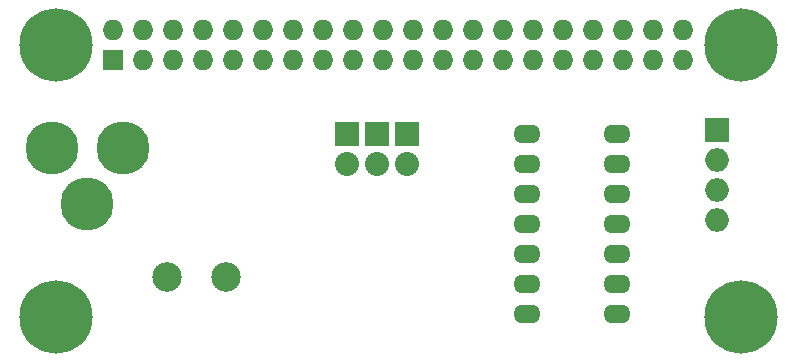
<source format=gbr>
G04 #@! TF.FileFunction,Soldermask,Top*
%FSLAX46Y46*%
G04 Gerber Fmt 4.6, Leading zero omitted, Abs format (unit mm)*
G04 Created by KiCad (PCBNEW 4.0.6) date Thu Jul 20 07:37:46 2017*
%MOMM*%
%LPD*%
G01*
G04 APERTURE LIST*
%ADD10C,0.100000*%
%ADD11C,6.200000*%
%ADD12R,1.727200X1.727200*%
%ADD13O,1.727200X1.727200*%
%ADD14C,4.500000*%
%ADD15C,2.500000*%
%ADD16O,1.998980X1.998980*%
%ADD17R,1.998980X1.998980*%
%ADD18R,2.032000X2.032000*%
%ADD19O,2.032000X2.032000*%
%ADD20O,2.300000X1.600000*%
G04 APERTURE END LIST*
D10*
D11*
X16000000Y-51000000D03*
D12*
X20870000Y-29270000D03*
D13*
X20870000Y-26730000D03*
X23410000Y-29270000D03*
X23410000Y-26730000D03*
X25950000Y-29270000D03*
X25950000Y-26730000D03*
X28490000Y-29270000D03*
X28490000Y-26730000D03*
X31030000Y-29270000D03*
X31030000Y-26730000D03*
X33570000Y-29270000D03*
X33570000Y-26730000D03*
X36110000Y-29270000D03*
X36110000Y-26730000D03*
X38650000Y-29270000D03*
X38650000Y-26730000D03*
X41190000Y-29270000D03*
X41190000Y-26730000D03*
X43730000Y-29270000D03*
X43730000Y-26730000D03*
X46270000Y-29270000D03*
X46270000Y-26730000D03*
X48810000Y-29270000D03*
X48810000Y-26730000D03*
X51350000Y-29270000D03*
X51350000Y-26730000D03*
X53890000Y-29270000D03*
X53890000Y-26730000D03*
X56430000Y-29270000D03*
X56430000Y-26730000D03*
X58970000Y-29270000D03*
X58970000Y-26730000D03*
X61510000Y-29270000D03*
X61510000Y-26730000D03*
X64050000Y-29270000D03*
X64050000Y-26730000D03*
X66590000Y-29270000D03*
X66590000Y-26730000D03*
X69130000Y-29270000D03*
X69130000Y-26730000D03*
D11*
X74000000Y-28000000D03*
X74000000Y-51000000D03*
X16000000Y-28000000D03*
D14*
X21700140Y-36750000D03*
X15700660Y-36750000D03*
X18700400Y-41449000D03*
D15*
X25440000Y-47625000D03*
X30440000Y-47625000D03*
D16*
X72000000Y-42810000D03*
D17*
X72000000Y-35190000D03*
D16*
X72000000Y-37730000D03*
X72000000Y-40270000D03*
D18*
X45720000Y-35560000D03*
D19*
X45720000Y-38100000D03*
D18*
X40640000Y-35560000D03*
D19*
X40640000Y-38100000D03*
D18*
X43180000Y-35560000D03*
D19*
X43180000Y-38100000D03*
D20*
X55880000Y-35560000D03*
X55880000Y-38100000D03*
X55880000Y-40640000D03*
X55880000Y-43180000D03*
X55880000Y-45720000D03*
X55880000Y-48260000D03*
X55880000Y-50800000D03*
X63500000Y-50800000D03*
X63500000Y-48260000D03*
X63500000Y-45720000D03*
X63500000Y-43180000D03*
X63500000Y-40640000D03*
X63500000Y-38100000D03*
X63500000Y-35560000D03*
M02*

</source>
